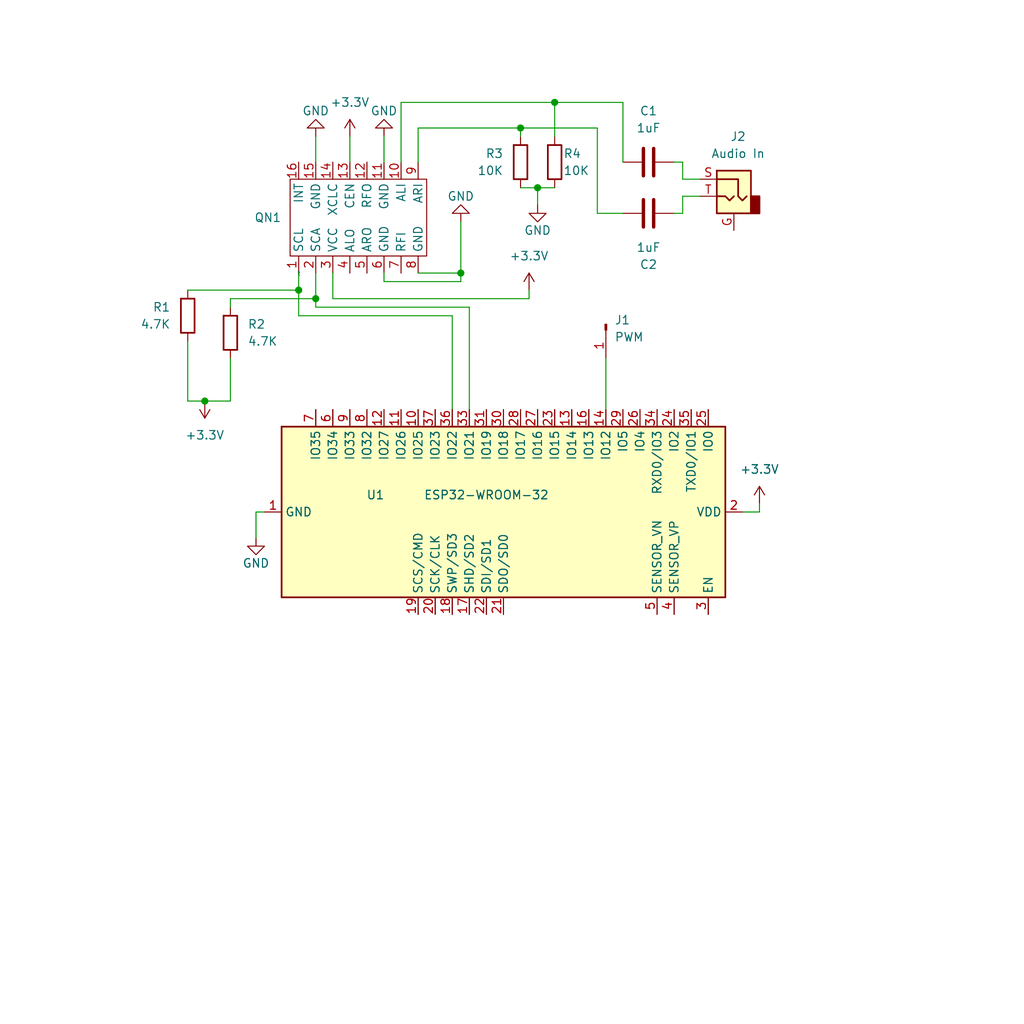
<source format=kicad_sch>
(kicad_sch (version 20230121) (generator eeschema)
  (paper "User" 152.4 152.4)
  (title_block (title "WEB SETUP with ESP32 and QN8066") (company "Ricardo Lima Caratti"))
  (lib_symbols
    (symbol "Connector:Conn_01x01_Pin" (pin_names (offset 1.016) hide)
      (property "Reference" "J" (at 0 2.54 0))
      (property "Value" "Conn_01x01_Pin" (at 0 -2.54 0))
      (symbol "Conn_01x01_Pin_1_1"
        (polyline (pts (xy 1.27 0) (xy 0.8636 0)) (stroke (width 0.1524)))
        (rectangle (start 0.8636 0.127) (end 0 -0.127) (stroke (width 0.1524)) (fill (type outline)))
        (pin passive line (at 5.08 0 180) (length 3.81) (name "Pin_1") (number "1"))
      )
    )
    (symbol "Connector_Audio:AudioJack2_Ground"
      (property "Reference" "J" (at 0 8.89 0))
      (property "Value" "AudioJack2_Ground" (at 0 6.35 0))
      (symbol "AudioJack2_Ground_0_1"
        (rectangle (start -2.54 -2.54) (end -3.81 0) (stroke (width 0.254)) (fill (type outline)))
        (polyline (pts (xy 0 0) (xy 0.635 -0.635) (xy 1.27 0) (xy 2.54 0)) (stroke (width 0.254)))
        (polyline (pts (xy 2.54 2.54) (xy -0.635 2.54) (xy -0.635 0) (xy -1.27 -0.635) (xy -1.905 0)) (stroke (width 0.254)))
        (rectangle (start 2.54 3.81) (end -2.54 -2.54) (stroke (width 0.254)) (fill (type background)))
      )
      (symbol "AudioJack2_Ground_1_1"
        (pin passive line (at 0 -5.08 90) (length 2.54) (name "~") (number "G"))
        (pin passive line (at 5.08 2.54 180) (length 2.54) (name "~") (number "S"))
        (pin passive line (at 5.08 0 180) (length 2.54) (name "~") (number "T"))
      )
    )
    (symbol "Device:C" (pin_numbers hide) (pin_names (offset 0.254))
      (property "Reference" "C" (at 0.635 2.54 0))
      (property "Value" "C" (at 0.635 -2.54 0))
      (symbol "C_0_1"
        (polyline (pts (xy -2.032 -0.762) (xy 2.032 -0.762)) (stroke (width 0.508)))
        (polyline (pts (xy -2.032 0.762) (xy 2.032 0.762)) (stroke (width 0.508)))
      )
      (symbol "C_1_1"
        (pin passive line (at 0 3.81 270) (length 2.794) (name "~") (number "1"))
        (pin passive line (at 0 -3.81 90) (length 2.794) (name "~") (number "2"))
      )
    )
    (symbol "Device:R" (pin_numbers hide) (pin_names (offset 0))
      (property "Reference" "R" (at 2.032 0 90))
      (property "Value" "R" (at 0 0 90))
      (symbol "R_0_1"
        (rectangle (start -1.016 -2.54) (end 1.016 2.54) (stroke (width 0.254)))
      )
      (symbol "R_1_1"
        (pin passive line (at 0 3.81 270) (length 1.27) (name "~") (number "1"))
        (pin passive line (at 0 -3.81 90) (length 1.27) (name "~") (number "2"))
      )
    )
    (symbol "QN8066:QN8066"
      (property "Reference" "QN8066" (at 0 15.24 0))
      (symbol "QN8066_0_1"
        (rectangle (start -6.35 13.97) (end 5.08 -6.35))
      )
      (symbol "QN8066_1_1"
        (pin input line (at -8.89 12.7 0) (length 2.54) (name "SCL") (number "1"))
        (pin input line (at 7.62 -2.54 180) (length 2.54) (name "ALI") (number "10"))
        (pin passive line (at 7.62 0 180) (length 2.54) (name "GND") (number "11"))
        (pin output line (at 7.62 2.54 180) (length 2.54) (name "RFO") (number "12"))
        (pin input line (at 7.62 5.08 180) (length 2.54) (name "CEN") (number "13"))
        (pin input line (at 7.62 7.62 180) (length 2.54) (name "XCLC") (number "14"))
        (pin passive line (at 7.62 10.16 180) (length 2.54) (name "GND") (number "15"))
        (pin output line (at 7.62 12.7 180) (length 2.54) (name "INT") (number "16"))
        (pin bidirectional line (at -8.89 10.16 0) (length 2.54) (name "SCA") (number "2"))
        (pin power_in line (at -8.89 7.62 0) (length 2.54) (name "VCC") (number "3"))
        (pin output line (at -8.89 5.08 0) (length 2.54) (name "ALO") (number "4"))
        (pin output line (at -8.89 2.54 0) (length 2.54) (name "ARO") (number "5"))
        (pin passive line (at -8.89 0 0) (length 2.54) (name "GND") (number "6"))
        (pin input line (at -8.89 -2.54 0) (length 2.54) (name "RFI") (number "7"))
        (pin passive line (at -8.89 -5.08 0) (length 2.54) (name "GND") (number "8"))
        (pin input line (at 7.62 -5.08 180) (length 2.54) (name "ARI") (number "9"))
      )
    )
    (symbol "RF_Module:ESP32-WROOM-32"
      (property "Reference" "U" (at -12.7 34.29 0))
      (property "Value" "ESP32-WROOM-32" (at 1.27 34.29 0))
      (symbol "ESP32-WROOM-32_0_1"
        (rectangle (start -12.7 33.02) (end 12.7 -33.02) (stroke (width 0.254)) (fill (type background)))
      )
      (symbol "ESP32-WROOM-32_1_1"
        (pin power_in line (at 0 -35.56 90) (length 2.54) (name "GND") (number "1"))
        (pin bidirectional line (at 15.24 -12.7 180) (length 2.54) (name "IO25") (number "10"))
        (pin bidirectional line (at 15.24 -15.24 180) (length 2.54) (name "IO26") (number "11"))
        (pin bidirectional line (at 15.24 -17.78 180) (length 2.54) (name "IO27") (number "12"))
        (pin bidirectional line (at 15.24 10.16 180) (length 2.54) (name "IO14") (number "13"))
        (pin bidirectional line (at 15.24 15.24 180) (length 2.54) (name "IO12") (number "14"))
        (pin passive line (at 0 -35.56 90) (length 2.54) hide (name "GND") (number "15"))
        (pin bidirectional line (at 15.24 12.7 180) (length 2.54) (name "IO13") (number "16"))
        (pin bidirectional line (at -15.24 -5.08 0) (length 2.54) (name "SHD/SD2") (number "17"))
        (pin bidirectional line (at -15.24 -7.62 0) (length 2.54) (name "SWP/SD3") (number "18"))
        (pin bidirectional line (at -15.24 -12.7 0) (length 2.54) (name "SCS/CMD") (number "19"))
        (pin power_in line (at 0 35.56 270) (length 2.54) (name "VDD") (number "2"))
        (pin bidirectional line (at -15.24 -10.16 0) (length 2.54) (name "SCK/CLK") (number "20"))
        (pin bidirectional line (at -15.24 0 0) (length 2.54) (name "SDO/SD0") (number "21"))
        (pin bidirectional line (at -15.24 -2.54 0) (length 2.54) (name "SDI/SD1") (number "22"))
        (pin bidirectional line (at 15.24 7.62 180) (length 2.54) (name "IO15") (number "23"))
        (pin bidirectional line (at 15.24 25.4 180) (length 2.54) (name "IO2") (number "24"))
        (pin bidirectional line (at 15.24 30.48 180) (length 2.54) (name "IO0") (number "25"))
        (pin bidirectional line (at 15.24 20.32 180) (length 2.54) (name "IO4") (number "26"))
        (pin bidirectional line (at 15.24 5.08 180) (length 2.54) (name "IO16") (number "27"))
        (pin bidirectional line (at 15.24 2.54 180) (length 2.54) (name "IO17") (number "28"))
        (pin bidirectional line (at 15.24 17.78 180) (length 2.54) (name "IO5") (number "29"))
        (pin input line (at -15.24 30.48 0) (length 2.54) (name "EN") (number "3"))
        (pin bidirectional line (at 15.24 0 180) (length 2.54) (name "IO18") (number "30"))
        (pin bidirectional line (at 15.24 -2.54 180) (length 2.54) (name "IO19") (number "31"))
        (pin no_connect line (at -12.7 -27.94 0) (length 2.54) hide (name "NC") (number "32"))
        (pin bidirectional line (at 15.24 -5.08 180) (length 2.54) (name "IO21") (number "33"))
        (pin bidirectional line (at 15.24 22.86 180) (length 2.54) (name "RXD0/IO3") (number "34"))
        (pin bidirectional line (at 15.24 27.94 180) (length 2.54) (name "TXD0/IO1") (number "35"))
        (pin bidirectional line (at 15.24 -7.62 180) (length 2.54) (name "IO22") (number "36"))
        (pin bidirectional line (at 15.24 -10.16 180) (length 2.54) (name "IO23") (number "37"))
        (pin passive line (at 0 -35.56 90) (length 2.54) hide (name "GND") (number "38"))
        (pin passive line (at 0 -35.56 90) (length 2.54) hide (name "GND") (number "39"))
        (pin input line (at -15.24 25.4 0) (length 2.54) (name "SENSOR_VP") (number "4"))
        (pin input line (at -15.24 22.86 0) (length 2.54) (name "SENSOR_VN") (number "5"))
        (pin input line (at 15.24 -25.4 180) (length 2.54) (name "IO34") (number "6"))
        (pin input line (at 15.24 -27.94 180) (length 2.54) (name "IO35") (number "7"))
        (pin bidirectional line (at 15.24 -20.32 180) (length 2.54) (name "IO32") (number "8"))
        (pin bidirectional line (at 15.24 -22.86 180) (length 2.54) (name "IO33") (number "9"))
      )
    )
    (symbol "power:+3.3V" (power) (pin_names (offset 0))
      (property "Value" "+3.3V" (at 0 3.556 0))
      (symbol "+3.3V_0_1"
        (polyline (pts (xy -0.762 1.27) (xy 0 2.54)))
        (polyline (pts (xy 0 0) (xy 0 2.54)))
        (polyline (pts (xy 0 2.54) (xy 0.762 1.27)))
      )
      (symbol "+3.3V_1_1"
        (pin power_in line (at 0 0 90) (length 0) hide (name "+3.3V") (number "1"))
      )
    )
    (symbol "power:GND" (power) (pin_names (offset 0))
      (property "Value" "GND" (at 0 -3.81 0))
      (symbol "GND_0_1"
        (polyline (pts (xy 0 0) (xy 0 -1.27) (xy 1.27 -1.27) (xy 0 -2.54) (xy -1.27 -1.27) (xy 0 -1.27)))
      )
      (symbol "GND_1_1"
        (pin power_in line (at 0 0 270) (length 0) hide (name "GND") (number "1"))
      )
    )
  )
  (junction (at 82.55 15.24))
  (junction (at 68.58 40.64))
  (junction (at 30.48 59.69))
  (junction (at 80.01 27.94))
  (junction (at 44.45 43.18))
  (junction (at 46.99 44.45))
  (junction (at 77.47 19.05))
  (wire (pts (xy 113.03 76.2) (xy 113.03 74.93)))
  (wire (pts (xy 90.17 53.34) (xy 90.17 60.96)))
  (wire (pts (xy 27.94 43.18) (xy 44.45 43.18)))
  (wire (pts (xy 88.9 19.05) (xy 77.47 19.05)))
  (wire (pts (xy 27.94 50.8) (xy 27.94 59.69)))
  (wire (pts (xy 34.29 44.45) (xy 34.29 45.72)))
  (wire (pts (xy 101.6 26.67) (xy 104.14 26.67)))
  (wire (pts (xy 92.71 24.13) (xy 92.71 15.24)))
  (wire (pts (xy 82.55 15.24) (xy 82.55 20.32)))
  (wire (pts (xy 34.29 44.45) (xy 46.99 44.45)))
  (wire (pts (xy 46.99 40.64) (xy 46.99 44.45)))
  (wire (pts (xy 34.29 53.34) (xy 34.29 59.69)))
  (wire (pts (xy 59.69 15.24) (xy 59.69 24.13)))
  (wire (pts (xy 101.6 31.75) (xy 100.33 31.75)))
  (wire (pts (xy 44.45 40.64) (xy 44.45 43.18)))
  (wire (pts (xy 38.1 80.01) (xy 38.1 76.2)))
  (wire (pts (xy 77.47 19.05) (xy 62.23 19.05)))
  (wire (pts (xy 57.15 40.64) (xy 57.15 41.91)))
  (wire (pts (xy 57.15 41.91) (xy 68.58 41.91)))
  (wire (pts (xy 67.31 46.99) (xy 67.31 60.96)))
  (wire (pts (xy 49.53 40.64) (xy 49.53 44.45)))
  (wire (pts (xy 78.74 44.45) (xy 78.74 43.18)))
  (wire (pts (xy 62.23 40.64) (xy 68.58 40.64)))
  (wire (pts (xy 88.9 31.75) (xy 88.9 19.05)))
  (wire (pts (xy 62.23 19.05) (xy 62.23 24.13)))
  (wire (pts (xy 46.99 45.72) (xy 69.85 45.72)))
  (wire (pts (xy 104.14 29.21) (xy 101.6 29.21)))
  (wire (pts (xy 38.1 76.2) (xy 39.37 76.2)))
  (wire (pts (xy 44.45 46.99) (xy 67.31 46.99)))
  (wire (pts (xy 101.6 24.13) (xy 101.6 26.67)))
  (wire (pts (xy 68.58 41.91) (xy 68.58 40.64)))
  (wire (pts (xy 92.71 31.75) (xy 88.9 31.75)))
  (wire (pts (xy 27.94 59.69) (xy 30.48 59.69)))
  (wire (pts (xy 100.33 24.13) (xy 101.6 24.13)))
  (wire (pts (xy 80.01 27.94) (xy 82.55 27.94)))
  (wire (pts (xy 30.48 59.69) (xy 34.29 59.69)))
  (wire (pts (xy 59.69 15.24) (xy 82.55 15.24)))
  (wire (pts (xy 101.6 29.21) (xy 101.6 31.75)))
  (wire (pts (xy 46.99 44.45) (xy 46.99 45.72)))
  (wire (pts (xy 49.53 44.45) (xy 78.74 44.45)))
  (wire (pts (xy 46.99 20.32) (xy 46.99 24.13)))
  (wire (pts (xy 92.71 15.24) (xy 82.55 15.24)))
  (wire (pts (xy 57.15 20.32) (xy 57.15 24.13)))
  (wire (pts (xy 77.47 27.94) (xy 80.01 27.94)))
  (wire (pts (xy 52.07 20.32) (xy 52.07 24.13)))
  (wire (pts (xy 110.49 76.2) (xy 113.03 76.2)))
  (wire (pts (xy 77.47 19.05) (xy 77.47 20.32)))
  (wire (pts (xy 68.58 33.02) (xy 68.58 40.64)))
  (wire (pts (xy 69.85 45.72) (xy 69.85 60.96)))
  (wire (pts (xy 80.01 27.94) (xy 80.01 30.48)))
  (wire (pts (xy 44.45 43.18) (xy 44.45 46.99)))
  (symbol (lib_id "Connector:Conn_01x01_Pin") (at 90.17 48.26 270) (unit 1)
    (property "Reference" "J1" (at 91.44 47.625 90) (effects (justify left)))
    (property "Value" "PWM " (at 91.44 50.165 90) (effects (justify left)))
  )
  (symbol (lib_id "power:GND") (at 80.01 30.48 0) (unit 1)
    (property "Reference" "#PWR07" (effects hide))
    (property "Value" "GND" (at 80.01 34.29 0))
  )
  (symbol (lib_id "Device:C") (at 96.52 31.75 90) (mirror x) (unit 1)
    (property "Reference" "C2" (at 96.52 39.37 90))
    (property "Value" "1uF" (at 96.52 36.83 90))
  )
  (symbol (lib_id "Connector_Audio:AudioJack2_Ground") (at 109.22 29.21 0) (mirror y) (unit 1)
    (property "Reference" "J2" (at 109.855 20.32 0))
    (property "Value" "Audio In" (at 109.855 22.86 0))
  )
  (symbol (lib_id "Device:R") (at 77.47 24.13 0) (mirror y) (unit 1)
    (property "Reference" "R3" (at 74.93 22.86 0) (effects (justify left)))
    (property "Value" "10K" (at 74.93 25.4 0) (effects (justify left)))
  )
  (symbol (lib_id "power:GND") (at 68.58 33.02 180) (unit 1)
    (property "Reference" "#PWR02" (effects hide))
    (property "Value" "GND" (at 68.58 29.21 0))
  )
  (symbol (lib_id "QN8066:QN8066") (at 57.15 31.75 90) (unit 1)
    (property "Reference" "QN1" (at 41.91 32.385 90) (effects (justify left)))
    (property "Value" "~" (at 44.45 40.64 0))
  )
  (symbol (lib_id "power:+3.3V") (at 52.07 20.32 0) (unit 1)
    (property "Reference" "#PWR03" (effects hide))
    (property "Value" "+3.3V" (at 52.07 15.24 0))
  )
  (symbol (lib_id "Device:R") (at 27.94 46.99 0) (mirror y) (unit 1)
    (property "Reference" "R1" (at 25.4 45.72 0) (effects (justify left)))
    (property "Value" "4.7K" (at 25.4 48.26 0) (effects (justify left)))
  )
  (symbol (lib_id "Device:R") (at 82.55 24.13 0) (unit 1)
    (property "Reference" "R4" (at 83.82 22.86 0) (effects (justify left)))
    (property "Value" "10K" (at 83.82 25.4 0) (effects (justify left)))
  )
  (symbol (lib_id "power:+3.3V") (at 30.48 59.69 180) (unit 1)
    (property "Reference" "#PWR06" (effects hide))
    (property "Value" "+3.3V" (at 30.48 64.77 0))
  )
  (symbol (lib_id "power:+3.3V") (at 113.03 74.93 0) (unit 1)
    (property "Reference" "#PWR011" (effects hide))
    (property "Value" "+3.3V" (at 113.03 69.85 0))
  )
  (symbol (lib_id "Device:R") (at 34.29 49.53 0) (unit 1)
    (property "Reference" "R2" (at 36.83 48.26 0) (effects (justify left)))
    (property "Value" "4.7K" (at 36.83 50.8 0) (effects (justify left)))
  )
  (symbol (lib_id "Device:C") (at 96.52 24.13 90) (unit 1)
    (property "Reference" "C1" (at 96.52 16.51 90))
    (property "Value" "1uF" (at 96.52 19.05 90))
  )
  (symbol (lib_id "power:GND") (at 38.1 80.01 0) (unit 1)
    (property "Reference" "#PWR010" (effects hide))
    (property "Value" "GND" (at 38.1 83.82 0))
  )
  (symbol (lib_id "RF_Module:ESP32-WROOM-32") (at 74.93 76.2 270) (mirror x) (unit 1)
    (property "Reference" "U1" (at 55.88 73.66 90))
    (property "Value" "ESP32-WROOM-32" (at 72.39 73.66 90))
    (property "Footprint" "RF_Module:ESP32-WROOM-32" (effects hide))
    (property "Datasheet" "https://www.espressif.com/sites/default/files/documentation/esp32-wroom-32_datasheet_en.pdf" (effects hide))
  )
  (symbol (lib_id "power:GND") (at 46.99 20.32 180) (unit 1)
    (property "Reference" "#PWR04" (effects hide))
    (property "Value" "GND" (at 46.99 16.51 0))
  )
  (symbol (lib_id "power:GND") (at 57.15 20.32 180) (unit 1)
    (property "Reference" "#PWR05" (effects hide))
    (property "Value" "GND" (at 57.15 16.51 0))
  )
  (symbol (lib_id "power:+3.3V") (at 78.74 43.18 0) (unit 1)
    (property "Reference" "#PWR01" (effects hide))
    (property "Value" "+3.3V" (at 78.74 38.1 0))
  )
)
</source>
